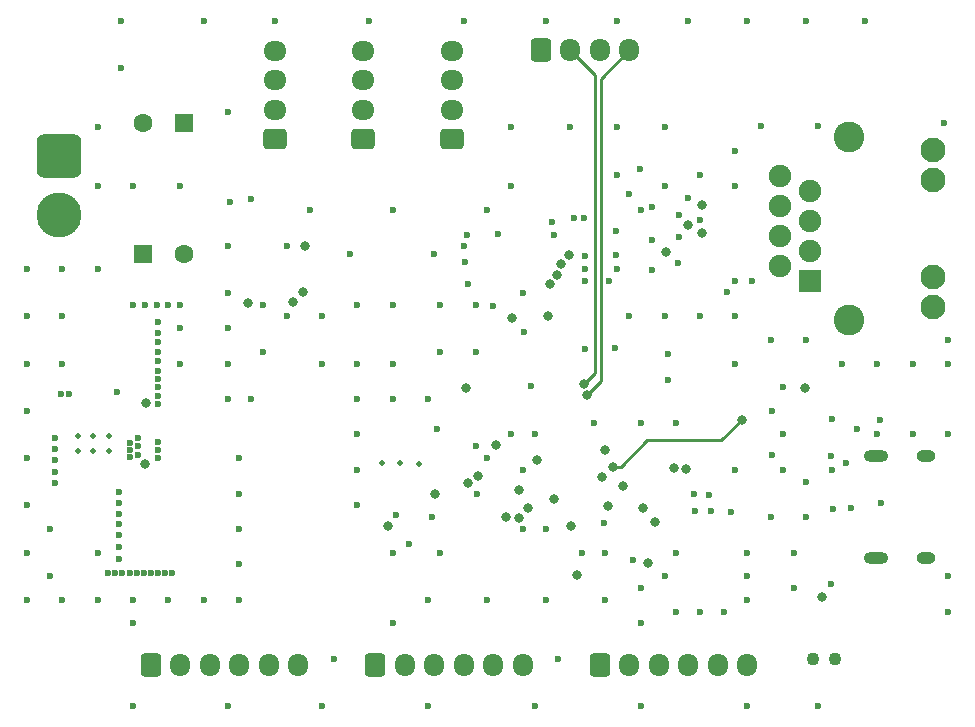
<source format=gbr>
%TF.GenerationSoftware,KiCad,Pcbnew,9.0.6-9.0.6~ubuntu22.04.1*%
%TF.CreationDate,2025-12-31T09:15:03+09:00*%
%TF.ProjectId,GN10Mainboard,474e3130-4d61-4696-9e62-6f6172642e6b,rev?*%
%TF.SameCoordinates,Original*%
%TF.FileFunction,Copper,L3,Inr*%
%TF.FilePolarity,Positive*%
%FSLAX46Y46*%
G04 Gerber Fmt 4.6, Leading zero omitted, Abs format (unit mm)*
G04 Created by KiCad (PCBNEW 9.0.6-9.0.6~ubuntu22.04.1) date 2025-12-31 09:15:03*
%MOMM*%
%LPD*%
G01*
G04 APERTURE LIST*
G04 Aperture macros list*
%AMRoundRect*
0 Rectangle with rounded corners*
0 $1 Rounding radius*
0 $2 $3 $4 $5 $6 $7 $8 $9 X,Y pos of 4 corners*
0 Add a 4 corners polygon primitive as box body*
4,1,4,$2,$3,$4,$5,$6,$7,$8,$9,$2,$3,0*
0 Add four circle primitives for the rounded corners*
1,1,$1+$1,$2,$3*
1,1,$1+$1,$4,$5*
1,1,$1+$1,$6,$7*
1,1,$1+$1,$8,$9*
0 Add four rect primitives between the rounded corners*
20,1,$1+$1,$2,$3,$4,$5,0*
20,1,$1+$1,$4,$5,$6,$7,0*
20,1,$1+$1,$6,$7,$8,$9,0*
20,1,$1+$1,$8,$9,$2,$3,0*%
G04 Aperture macros list end*
%TA.AperFunction,HeatsinkPad*%
%ADD10C,0.500000*%
%TD*%
%TA.AperFunction,ComponentPad*%
%ADD11RoundRect,0.250000X0.725000X-0.600000X0.725000X0.600000X-0.725000X0.600000X-0.725000X-0.600000X0*%
%TD*%
%TA.AperFunction,ComponentPad*%
%ADD12O,1.950000X1.700000*%
%TD*%
%TA.AperFunction,ComponentPad*%
%ADD13RoundRect,0.250000X-0.600000X-0.725000X0.600000X-0.725000X0.600000X0.725000X-0.600000X0.725000X0*%
%TD*%
%TA.AperFunction,ComponentPad*%
%ADD14O,1.700000X1.950000*%
%TD*%
%TA.AperFunction,ComponentPad*%
%ADD15R,1.900000X1.900000*%
%TD*%
%TA.AperFunction,ComponentPad*%
%ADD16C,1.900000*%
%TD*%
%TA.AperFunction,ComponentPad*%
%ADD17C,2.100000*%
%TD*%
%TA.AperFunction,ComponentPad*%
%ADD18C,2.600000*%
%TD*%
%TA.AperFunction,ComponentPad*%
%ADD19RoundRect,0.250000X0.550000X0.550000X-0.550000X0.550000X-0.550000X-0.550000X0.550000X-0.550000X0*%
%TD*%
%TA.AperFunction,ComponentPad*%
%ADD20C,1.600000*%
%TD*%
%TA.AperFunction,ComponentPad*%
%ADD21RoundRect,0.760000X-1.140000X1.140000X-1.140000X-1.140000X1.140000X-1.140000X1.140000X1.140000X0*%
%TD*%
%TA.AperFunction,ComponentPad*%
%ADD22C,3.800000*%
%TD*%
%TA.AperFunction,HeatsinkPad*%
%ADD23O,2.100000X1.000000*%
%TD*%
%TA.AperFunction,HeatsinkPad*%
%ADD24O,1.600000X1.000000*%
%TD*%
%TA.AperFunction,ComponentPad*%
%ADD25RoundRect,0.250000X-0.550000X-0.550000X0.550000X-0.550000X0.550000X0.550000X-0.550000X0.550000X0*%
%TD*%
%TA.AperFunction,ComponentPad*%
%ADD26C,1.100000*%
%TD*%
%TA.AperFunction,ViaPad*%
%ADD27C,0.600000*%
%TD*%
%TA.AperFunction,ViaPad*%
%ADD28C,0.500000*%
%TD*%
%TA.AperFunction,ViaPad*%
%ADD29C,0.800000*%
%TD*%
%TA.AperFunction,Conductor*%
%ADD30C,0.250000*%
%TD*%
G04 APERTURE END LIST*
D10*
%TO.N,GND*%
%TO.C,U1*%
X137922500Y-126112500D03*
X136622500Y-126112500D03*
X135322500Y-126112500D03*
X137922500Y-127412500D03*
X136622500Y-127412500D03*
X135322500Y-127412500D03*
%TD*%
D11*
%TO.N,GND*%
%TO.C,J8*%
X167000000Y-101000000D03*
D12*
%TO.N,CAN3_L*%
X167000000Y-98500000D03*
%TO.N,+5V*%
X167000000Y-96000000D03*
%TO.N,CAN3_H*%
X167000000Y-93500000D03*
%TD*%
D13*
%TO.N,TIM1_CH1*%
%TO.C,J5*%
X141500000Y-145500000D03*
D14*
%TO.N,+3.3V*%
X144000000Y-145500000D03*
%TO.N,TIM1_CH2*%
X146500000Y-145500000D03*
%TO.N,GND*%
X149000000Y-145500000D03*
%TO.N,unconnected-(J5-Pin_5-Pad5)*%
X151500000Y-145500000D03*
%TO.N,unconnected-(J5-Pin_6-Pad6)*%
X154000000Y-145500000D03*
%TD*%
D15*
%TO.N,Net-(J9-TD+)*%
%TO.C,J9*%
X197337500Y-113000000D03*
D16*
%TO.N,Net-(J9-TCT)*%
X194797500Y-111730000D03*
%TO.N,Net-(J9-TD-)*%
X197337500Y-110460000D03*
%TO.N,Net-(J9-RD+)*%
X194797500Y-109190000D03*
%TO.N,Net-(J9-RCT)*%
X197337500Y-107920000D03*
%TO.N,Net-(J9-RD-)*%
X194797500Y-106650000D03*
%TO.N,N/C*%
X197337500Y-105380000D03*
%TO.N,GNDS*%
X194797500Y-104110000D03*
D17*
%TO.N,+3.3V*%
X207747500Y-115180000D03*
%TO.N,Net-(J9-PadL2)*%
X207747500Y-112640000D03*
%TO.N,+3.3V*%
X207747500Y-104470000D03*
%TO.N,Net-(J9-PadL4)*%
X207747500Y-101930000D03*
D18*
%TO.N,GNDS*%
X200637500Y-116300000D03*
X200637500Y-100810000D03*
%TD*%
D19*
%TO.N,+5V*%
%TO.C,C44*%
X144352651Y-99600000D03*
D20*
%TO.N,GND*%
X140852651Y-99600000D03*
%TD*%
D21*
%TO.N,GND*%
%TO.C,J1*%
X133700000Y-102400000D03*
D22*
%TO.N,+BATT*%
X133700000Y-107400000D03*
%TD*%
D23*
%TO.N,unconnected-(J10-SHIELD-PadS1)_3*%
%TO.C,J10*%
X202930000Y-136420000D03*
D24*
%TO.N,unconnected-(J10-SHIELD-PadS1)_2*%
X207110000Y-136420000D03*
D23*
%TO.N,unconnected-(J10-SHIELD-PadS1)*%
X202930000Y-127780000D03*
D24*
%TO.N,unconnected-(J10-SHIELD-PadS1)_1*%
X207110000Y-127780000D03*
%TD*%
D25*
%TO.N,+BATT*%
%TO.C,C43*%
X140847349Y-110700000D03*
D20*
%TO.N,GND*%
X144347349Y-110700000D03*
%TD*%
D13*
%TO.N,+3.3V*%
%TO.C,J4*%
X174500000Y-93475000D03*
D14*
%TO.N,SYS_SWCLK*%
X177000000Y-93475000D03*
%TO.N,GND*%
X179500000Y-93475000D03*
%TO.N,SYS_SWDIO*%
X182000000Y-93475000D03*
%TD*%
D13*
%TO.N,TIM3_CH1*%
%TO.C,J14*%
X179500000Y-145500000D03*
D14*
%TO.N,+3.3V*%
X182000000Y-145500000D03*
%TO.N,TIM3_CH2*%
X184500000Y-145500000D03*
%TO.N,GND*%
X187000000Y-145500000D03*
%TO.N,unconnected-(J14-Pin_5-Pad5)*%
X189500000Y-145500000D03*
%TO.N,unconnected-(J14-Pin_6-Pad6)*%
X192000000Y-145500000D03*
%TD*%
D11*
%TO.N,GND*%
%TO.C,J7*%
X159500000Y-101000000D03*
D12*
%TO.N,CAN2_L*%
X159500000Y-98500000D03*
%TO.N,+5V*%
X159500000Y-96000000D03*
%TO.N,CAN2_H*%
X159500000Y-93500000D03*
%TD*%
D26*
%TO.N,*%
%TO.C,SW1*%
X199400000Y-145000000D03*
X197600000Y-145000000D03*
%TD*%
D13*
%TO.N,TIM2_CH1*%
%TO.C,J13*%
X160500000Y-145500000D03*
D14*
%TO.N,+3.3V*%
X163000000Y-145500000D03*
%TO.N,TIM2_CH2*%
X165500000Y-145500000D03*
%TO.N,GND*%
X168000000Y-145500000D03*
%TO.N,unconnected-(J13-Pin_5-Pad5)*%
X170500000Y-145500000D03*
%TO.N,unconnected-(J13-Pin_6-Pad6)*%
X173000000Y-145500000D03*
%TD*%
D11*
%TO.N,GND*%
%TO.C,J6*%
X152000000Y-101000000D03*
D12*
%TO.N,CAN1_L*%
X152000000Y-98500000D03*
%TO.N,+5V*%
X152000000Y-96000000D03*
%TO.N,CAN1_H*%
X152000000Y-93500000D03*
%TD*%
D27*
%TO.N,GND*%
X180300000Y-113000000D03*
X209000000Y-120000000D03*
X159000000Y-132000000D03*
X191000000Y-105000000D03*
X202000000Y-91000000D03*
X194000000Y-133000000D03*
X209000000Y-138000000D03*
X173700000Y-121900000D03*
X186000000Y-141000000D03*
X182000000Y-116000000D03*
X168000000Y-91000000D03*
X152000000Y-91000000D03*
X140900000Y-137700000D03*
X168400000Y-113300000D03*
X153000000Y-116000000D03*
X175000000Y-140000000D03*
X172000000Y-126000000D03*
X199200000Y-124700000D03*
X153000000Y-110000000D03*
X162000000Y-136000000D03*
X159000000Y-120000000D03*
X160000000Y-91000000D03*
X192000000Y-91000000D03*
X187000000Y-106000000D03*
X185300000Y-121400000D03*
X162000000Y-142000000D03*
X183000000Y-142000000D03*
X192000000Y-136000000D03*
X133400000Y-126300000D03*
X140400000Y-127000000D03*
X178300000Y-118800000D03*
X139700000Y-127300000D03*
X186200000Y-109300000D03*
X133400000Y-127200000D03*
X188900000Y-132500000D03*
X186200000Y-107400000D03*
X206000000Y-126000000D03*
X163400000Y-135300000D03*
X178300000Y-110900000D03*
X142100000Y-126600000D03*
X159000000Y-129000000D03*
X208700000Y-99600000D03*
X185000000Y-116000000D03*
X140400000Y-127700000D03*
X139700000Y-137700000D03*
X195000000Y-122000000D03*
X137000000Y-105000000D03*
X188000000Y-141000000D03*
X142100000Y-123400000D03*
X144000000Y-115000000D03*
X131000000Y-120000000D03*
X183000000Y-149000000D03*
X170000000Y-128000000D03*
X138500000Y-137700000D03*
X165000000Y-149000000D03*
X173000000Y-129000000D03*
X156000000Y-120000000D03*
X190000000Y-141000000D03*
X146000000Y-140000000D03*
X169000000Y-127000000D03*
X150000000Y-123000000D03*
X165000000Y-123000000D03*
X156000000Y-149000000D03*
X178300000Y-113000000D03*
X196000000Y-136000000D03*
X168100000Y-111400000D03*
X169100000Y-131000000D03*
X165500000Y-110700000D03*
X197000000Y-118000000D03*
X134000000Y-140000000D03*
X187500000Y-131000000D03*
X197000000Y-91000000D03*
X199300000Y-132300000D03*
X142100000Y-116500000D03*
X134000000Y-112000000D03*
X162300000Y-132800000D03*
D28*
X161100000Y-128400000D03*
D27*
X165300000Y-133000000D03*
X173100000Y-117300000D03*
X149000000Y-140000000D03*
X162000000Y-123000000D03*
X133000000Y-138000000D03*
X137000000Y-140000000D03*
X191000000Y-129000000D03*
X188000000Y-116000000D03*
X138600000Y-122400000D03*
X180900000Y-108800000D03*
X173000000Y-114000000D03*
X142100000Y-119800000D03*
X149000000Y-137000000D03*
X178000000Y-136000000D03*
X142100000Y-122000000D03*
X142100000Y-127300000D03*
X139700000Y-126700000D03*
X191000000Y-116000000D03*
X199200000Y-129000000D03*
X148000000Y-120000000D03*
X149000000Y-131000000D03*
X180000000Y-136000000D03*
X206000000Y-120000000D03*
X148000000Y-123000000D03*
X186000000Y-136000000D03*
X182300000Y-136600000D03*
X137900000Y-137700000D03*
X172000000Y-105000000D03*
X186000000Y-125000000D03*
X143300000Y-137700000D03*
X149000000Y-134000000D03*
X173000000Y-134000000D03*
X183000000Y-125000000D03*
X186100000Y-111500000D03*
X131000000Y-112000000D03*
X142700000Y-137700000D03*
X174000000Y-149000000D03*
X142100000Y-128000000D03*
X179000000Y-125000000D03*
X166000000Y-136000000D03*
X141000000Y-115000000D03*
X177300000Y-107700000D03*
X148000000Y-98700000D03*
X140400000Y-126300000D03*
X138800000Y-135500000D03*
X191000000Y-120000000D03*
X142100000Y-137700000D03*
X195000000Y-129000000D03*
X146000000Y-91000000D03*
X140000000Y-105000000D03*
X185300000Y-119200000D03*
X181000000Y-91000000D03*
X197000000Y-133000000D03*
X169000000Y-119000000D03*
X150000000Y-106100000D03*
X176000000Y-145000000D03*
X197000000Y-130000000D03*
X133400000Y-129200000D03*
X133000000Y-134000000D03*
X183000000Y-139000000D03*
X166000000Y-119000000D03*
X143000000Y-140000000D03*
X131000000Y-140000000D03*
X168300000Y-109100000D03*
X134000000Y-120000000D03*
X194000000Y-118000000D03*
X188000000Y-104000000D03*
X181000000Y-112000000D03*
X183000000Y-107000000D03*
X203000000Y-126000000D03*
X138800000Y-130900000D03*
X137000000Y-136000000D03*
X175000000Y-91000000D03*
X170500000Y-115100000D03*
X169000000Y-115000000D03*
X157000000Y-145000000D03*
X177000000Y-100000000D03*
X185000000Y-100000000D03*
X140000000Y-115000000D03*
X159000000Y-126000000D03*
X187600000Y-132500000D03*
X185000000Y-138000000D03*
X138800000Y-132700000D03*
X156000000Y-116000000D03*
X209000000Y-118000000D03*
X191000000Y-113000000D03*
X170900000Y-109000000D03*
X178300000Y-112000000D03*
X188800000Y-131100000D03*
X133900000Y-122600000D03*
X170000000Y-107000000D03*
X151000000Y-115000000D03*
X138800000Y-134500000D03*
X138800000Y-136500000D03*
X158400000Y-110700000D03*
X165000000Y-140000000D03*
X144000000Y-105000000D03*
X180800000Y-118700000D03*
X159000000Y-123000000D03*
X162000000Y-107000000D03*
X166000000Y-115000000D03*
X199100000Y-138700000D03*
X170000000Y-140000000D03*
X141500000Y-137700000D03*
X137000000Y-100000000D03*
X159000000Y-115000000D03*
X192400000Y-113000000D03*
X144000000Y-120000000D03*
X191000000Y-102000000D03*
X142100000Y-117400000D03*
X172000000Y-100000000D03*
X180000000Y-140000000D03*
X209000000Y-141000000D03*
X192000000Y-138000000D03*
X142000000Y-115000000D03*
X143000000Y-115000000D03*
X138800000Y-131800000D03*
X179900000Y-133500000D03*
X137000000Y-112000000D03*
X138800000Y-133600000D03*
X131000000Y-116000000D03*
X140000000Y-140000000D03*
X133400000Y-128200000D03*
X200000000Y-120000000D03*
X162000000Y-115000000D03*
X131000000Y-136000000D03*
X140000000Y-142000000D03*
X194100000Y-124000000D03*
X142100000Y-121300000D03*
X148200000Y-106300000D03*
X139100000Y-137700000D03*
X181000000Y-100000000D03*
X139000000Y-95000000D03*
X142100000Y-118200000D03*
X187000000Y-91000000D03*
X151000000Y-119000000D03*
X140000000Y-149000000D03*
X175000000Y-134000000D03*
X195000000Y-126000000D03*
X131000000Y-128000000D03*
X198000000Y-149000000D03*
X193200000Y-99900000D03*
X188000000Y-107800000D03*
X203000000Y-120000000D03*
X192000000Y-140000000D03*
X155000000Y-107000000D03*
X192000000Y-149000000D03*
X142100000Y-122700000D03*
X134600000Y-122600000D03*
X131000000Y-124000000D03*
X209000000Y-126000000D03*
X142100000Y-119000000D03*
X174000000Y-126000000D03*
X198000000Y-99900000D03*
X181000000Y-104000000D03*
D28*
X164200000Y-128500000D03*
D27*
X142100000Y-120600000D03*
X148000000Y-114000000D03*
X162000000Y-120000000D03*
X165700000Y-125500000D03*
X196000000Y-139000000D03*
X168000000Y-110000000D03*
X148000000Y-110000000D03*
X134000000Y-116000000D03*
D28*
X162600000Y-128400000D03*
D27*
X144000000Y-117000000D03*
X140300000Y-137700000D03*
X131000000Y-132000000D03*
X201300000Y-125500000D03*
X148000000Y-149000000D03*
X139700000Y-127900000D03*
X190600000Y-132600000D03*
X139000000Y-91000000D03*
X180900000Y-110800000D03*
X185000000Y-105000000D03*
X133400000Y-130100000D03*
X178200000Y-107700000D03*
X148000000Y-117000000D03*
X149000000Y-128000000D03*
%TO.N,+3.3V*%
X190300000Y-113900000D03*
X183900000Y-109500000D03*
D29*
X183600000Y-136900000D03*
X154405000Y-113900000D03*
X177600000Y-137900000D03*
X168200000Y-122100000D03*
D27*
X183900000Y-106700000D03*
D29*
X154600000Y-110000000D03*
D27*
X183900000Y-112100000D03*
D29*
X172100000Y-116100000D03*
%TO.N,STM32_RESET*%
X198300000Y-139800000D03*
X169200798Y-129530617D03*
%TO.N,Net-(D2-K)*%
X141000000Y-128500000D03*
X141100000Y-123300000D03*
%TO.N,Net-(U8-RXN)*%
X187000000Y-108300000D03*
X188200000Y-106600000D03*
%TO.N,Net-(U8-RXP)*%
X185084954Y-110558754D03*
X188200000Y-108900000D03*
%TO.N,SYS_SWDIO*%
X178450000Y-122650000D03*
%TO.N,SYS_SWCLK*%
X178176000Y-121688269D03*
%TO.N,TIM1_CH1*%
X168377077Y-130097617D03*
%TO.N,TIM1_CH2*%
X165600000Y-131000000D03*
X161600000Y-133775000D03*
D27*
%TO.N,USBD+*%
X199100000Y-127800000D03*
X203300000Y-131800000D03*
%TO.N,USBD-*%
X200789998Y-132200000D03*
X200400000Y-128425000D03*
D29*
%TO.N,W5500_RST*%
X172687347Y-130687347D03*
X175100000Y-116000000D03*
D27*
%TO.N,LNK*%
X175476899Y-108026000D03*
X182000000Y-105600000D03*
%TO.N,ACT*%
X182900000Y-103500000D03*
X175600000Y-109100000D03*
%TO.N,Net-(U11-CBUS2)*%
X203200000Y-124800000D03*
X194100000Y-127700000D03*
D29*
%TO.N,I2C3_SDA*%
X184200000Y-133400000D03*
X179720843Y-129625000D03*
%TO.N,I2C3_SCL*%
X181462653Y-130337347D03*
X183200000Y-132220000D03*
%TO.N,GYRO_RESET*%
X180187347Y-132075000D03*
X186822127Y-128909283D03*
%TO.N,CAN1_TX*%
X170687347Y-126912653D03*
X149700000Y-114900000D03*
%TO.N,USART1_TX*%
X180600000Y-128725000D03*
X191550000Y-124750000D03*
%TO.N,CAN1_RX*%
X153500000Y-114800000D03*
X174224694Y-128124694D03*
%TO.N,SPI1_MISO*%
X175933772Y-112498686D03*
X173400000Y-132225000D03*
%TO.N,GYRO_INT*%
X185825000Y-128833493D03*
X177090276Y-133763659D03*
%TO.N,USART1_RX*%
X196900000Y-122100000D03*
X179959697Y-127275001D03*
%TO.N,SPI1_MOSI*%
X175275000Y-113251028D03*
X171612653Y-132950000D03*
%TO.N,SPI1_SCK*%
X175600000Y-131500000D03*
X176250000Y-111550000D03*
%TO.N,SPI1_CS*%
X176943905Y-110829930D03*
X172700000Y-133100000D03*
%TD*%
D30*
%TO.N,SYS_SWDIO*%
X179600000Y-121500000D02*
X179600000Y-95875000D01*
X179600000Y-95875000D02*
X182000000Y-93475000D01*
X178450000Y-122650000D02*
X179600000Y-121500000D01*
%TO.N,SYS_SWCLK*%
X178176000Y-121688269D02*
X179100000Y-120764269D01*
X179100000Y-120764269D02*
X179100000Y-95575000D01*
X179100000Y-95575000D02*
X177000000Y-93475000D01*
%TO.N,USART1_TX*%
X183500000Y-126500000D02*
X181275000Y-128725000D01*
X191550000Y-124750000D02*
X189800000Y-126500000D01*
X181275000Y-128725000D02*
X180600000Y-128725000D01*
X189800000Y-126500000D02*
X183500000Y-126500000D01*
%TD*%
M02*

</source>
